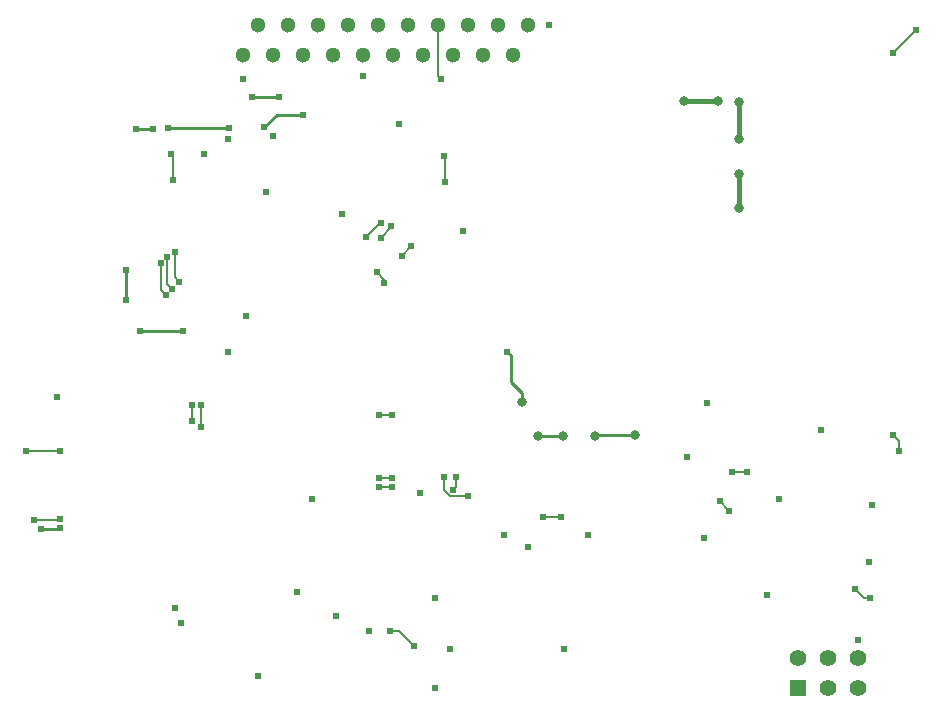
<source format=gbl>
G04 #@! TF.GenerationSoftware,KiCad,Pcbnew,5.1.5-52549c5~84~ubuntu18.04.1*
G04 #@! TF.CreationDate,2019-12-02T20:47:02-05:00*
G04 #@! TF.ProjectId,Brakelight_Shutdown_BSPD,4272616b-656c-4696-9768-745f53687574,rev?*
G04 #@! TF.SameCoordinates,Original*
G04 #@! TF.FileFunction,Copper,L2,Bot*
G04 #@! TF.FilePolarity,Positive*
%FSLAX46Y46*%
G04 Gerber Fmt 4.6, Leading zero omitted, Abs format (unit mm)*
G04 Created by KiCad (PCBNEW 5.1.5-52549c5~84~ubuntu18.04.1) date 2019-12-02 20:47:02*
%MOMM*%
%LPD*%
G04 APERTURE LIST*
%ADD10R,1.400000X1.400000*%
%ADD11C,1.400000*%
%ADD12C,1.300000*%
%ADD13C,0.609600*%
%ADD14C,0.800000*%
%ADD15C,0.250000*%
%ADD16C,0.381000*%
%ADD17C,0.254000*%
%ADD18C,0.152400*%
G04 APERTURE END LIST*
D10*
X183134000Y-99060000D03*
D11*
X183134000Y-96520000D03*
X185674000Y-99060000D03*
X185674000Y-96520000D03*
X188214000Y-99060000D03*
X188214000Y-96520000D03*
D12*
X155194000Y-42934000D03*
X157734000Y-42934000D03*
X160274000Y-42934000D03*
X152654000Y-42934000D03*
X159004000Y-45474000D03*
X156464000Y-45474000D03*
X153924000Y-45474000D03*
X151384000Y-45474000D03*
X150114000Y-42934000D03*
X148844000Y-45474000D03*
X147574000Y-42934000D03*
X146304000Y-45474000D03*
X145034000Y-42934000D03*
X143764000Y-45474000D03*
X142494000Y-42934000D03*
X141224000Y-45474000D03*
X139954000Y-42934000D03*
X138684000Y-45474000D03*
X137414000Y-42934000D03*
X136144000Y-45474000D03*
D13*
X180468000Y-91166000D03*
X181484000Y-83038000D03*
X189358000Y-83546000D03*
X189104000Y-88372000D03*
X185040000Y-77196000D03*
X175134000Y-86340000D03*
X175388000Y-74910000D03*
X130358000Y-92296000D03*
X130866000Y-93566000D03*
D14*
X165950920Y-77734280D03*
X173441380Y-49390420D03*
X178145460Y-58420120D03*
X178120060Y-52621300D03*
D13*
X158526500Y-70604500D03*
D14*
X159760940Y-74869160D03*
X178120060Y-49466620D03*
D13*
X154780000Y-60381000D03*
D14*
X163215340Y-77734280D03*
X178158160Y-55590560D03*
X161114760Y-77734280D03*
X169285940Y-77698720D03*
X176321740Y-49403120D03*
D13*
X162052000Y-42934000D03*
X146304000Y-47244000D03*
X134874000Y-70612000D03*
X149352000Y-51308000D03*
X138684000Y-52324000D03*
X144526000Y-58928000D03*
X120396000Y-74422000D03*
X136144000Y-47498000D03*
X132842000Y-53848000D03*
X136398000Y-67564000D03*
X160274000Y-87122000D03*
X158242000Y-86106000D03*
X165354000Y-86106000D03*
X163322000Y-95758000D03*
X141986000Y-83058000D03*
X151130000Y-82550000D03*
X152400000Y-91440000D03*
X153670000Y-95758000D03*
X146812000Y-94234000D03*
X144018000Y-92964000D03*
X140716000Y-90932000D03*
X137414000Y-98044000D03*
X134874000Y-52578000D03*
X173736000Y-79502000D03*
X152400000Y-99060000D03*
X188200000Y-95000000D03*
X138112500Y-57086500D03*
X126238000Y-63678506D03*
X126238000Y-66218544D03*
X127457200Y-68834000D03*
X131064000Y-68834000D03*
X141224000Y-50534915D03*
X137922000Y-51601715D03*
X134963597Y-51691312D03*
X129794000Y-51689000D03*
X128524000Y-51752500D03*
X127063470Y-51752500D03*
X148706789Y-59996605D03*
X147828000Y-60960000D03*
X150622000Y-95504000D03*
X148590000Y-94234000D03*
X146558000Y-60887974D03*
X147828000Y-59690000D03*
X149573908Y-62516092D03*
X150400092Y-61689908D03*
X153242868Y-56214868D03*
X153127355Y-54067355D03*
X152908000Y-47498000D03*
X178816000Y-80772000D03*
X177546000Y-80772000D03*
X130729237Y-64689237D03*
X130358029Y-62196962D03*
X130235046Y-56027921D03*
X147685201Y-75946000D03*
X148752001Y-75946000D03*
X154178000Y-81203801D03*
X153924000Y-82296000D03*
X161526588Y-84564588D03*
X163068000Y-84607400D03*
X130044895Y-53844895D03*
X189230000Y-91440000D03*
X187960000Y-90678000D03*
X132588003Y-75107790D03*
X132588000Y-77012800D03*
X191700000Y-79000000D03*
X191200000Y-77700000D03*
X191200000Y-45300000D03*
X193100000Y-43400000D03*
X117767090Y-78994000D03*
X120675410Y-78994006D03*
X131826000Y-75107790D03*
X131826000Y-76479400D03*
X147685201Y-81280000D03*
X148752001Y-81280000D03*
X153162000Y-81203801D03*
X155194000Y-82804000D03*
X147685201Y-82042000D03*
X148752001Y-82042000D03*
X118440179Y-84836000D03*
X120675410Y-84779851D03*
X130139832Y-65278643D03*
X129701646Y-62584012D03*
X139217400Y-49022000D03*
X136880600Y-49022000D03*
X119024389Y-85598000D03*
X120675410Y-85541862D03*
X177326783Y-84108783D03*
X176500599Y-83282599D03*
X148082000Y-64770000D03*
X147450829Y-63884829D03*
X129616210Y-65832237D03*
X129162829Y-63122829D03*
D15*
X161680445Y-77734280D02*
X161682985Y-77736820D01*
D16*
X173454080Y-49403120D02*
X173441380Y-49390420D01*
D17*
X158526500Y-70604500D02*
X158831299Y-70909299D01*
D16*
X178145460Y-55603260D02*
X178158160Y-55590560D01*
X178145460Y-58420120D02*
X178145460Y-55603260D01*
D17*
X158831299Y-73134339D02*
X159760940Y-74063980D01*
D15*
X161682985Y-77736820D02*
X163212800Y-77736820D01*
X159760940Y-74063980D02*
X159760940Y-74869160D01*
X165986480Y-77698720D02*
X165950920Y-77734280D01*
D16*
X176321740Y-49403120D02*
X173454080Y-49403120D01*
D15*
X169285940Y-77698720D02*
X165986480Y-77698720D01*
D16*
X178120060Y-52621300D02*
X178120060Y-52055615D01*
D17*
X158831299Y-70909299D02*
X158831299Y-73134339D01*
D15*
X163212800Y-77736820D02*
X163215340Y-77734280D01*
D16*
X178120060Y-52055615D02*
X178120060Y-49466620D01*
D15*
X161114760Y-77734280D02*
X161680445Y-77734280D01*
D17*
X127457200Y-68834000D02*
X131064000Y-68834000D01*
X141224000Y-50534915D02*
X138988800Y-50534915D01*
X138988800Y-50534915D02*
X137922000Y-51601715D01*
X134963597Y-51691312D02*
X130617938Y-51691312D01*
X126238000Y-63678506D02*
X126238000Y-66218544D01*
X128524000Y-51752500D02*
X127063470Y-51752500D01*
X130227364Y-51691312D02*
X130617938Y-51691312D01*
X130225052Y-51689000D02*
X130227364Y-51691312D01*
X129794000Y-51689000D02*
X130225052Y-51689000D01*
D18*
X148706789Y-59996605D02*
X148706789Y-60081211D01*
X148706789Y-60081211D02*
X147828000Y-60960000D01*
X150622000Y-95504000D02*
X149352000Y-94234000D01*
X149352000Y-94234000D02*
X148590000Y-94234000D01*
X146558000Y-60887974D02*
X147755974Y-59690000D01*
X147755974Y-59690000D02*
X147828000Y-59690000D01*
X149573908Y-62516092D02*
X150400092Y-61689908D01*
X153242868Y-56214868D02*
X153242868Y-54182868D01*
X153242868Y-54182868D02*
X153127355Y-54067355D01*
X152654000Y-42934000D02*
X152654000Y-47244000D01*
X152654000Y-47244000D02*
X152908000Y-47498000D01*
X178816000Y-80772000D02*
X177546000Y-80772000D01*
X130729237Y-64689237D02*
X130358029Y-64318029D01*
X130358029Y-64318029D02*
X130358029Y-62196962D01*
X147685201Y-75946000D02*
X148752001Y-75946000D01*
X154178000Y-81203801D02*
X154178000Y-82042000D01*
X154178000Y-82042000D02*
X153924000Y-82296000D01*
X161526588Y-84564588D02*
X163025188Y-84564588D01*
X163025188Y-84564588D02*
X163068000Y-84607400D01*
X130235046Y-56027921D02*
X130235046Y-54035046D01*
X130235046Y-54035046D02*
X130044895Y-53844895D01*
X189230000Y-91440000D02*
X188722000Y-91440000D01*
X188722000Y-91440000D02*
X187960000Y-90678000D01*
X132588003Y-75107790D02*
X132588003Y-77012797D01*
X132588003Y-77012797D02*
X132588000Y-77012800D01*
X191700000Y-79000000D02*
X191700000Y-78200000D01*
X191700000Y-78200000D02*
X191200000Y-77700000D01*
X191200000Y-45300000D02*
X193100000Y-43400000D01*
X117767090Y-78994000D02*
X120675404Y-78994000D01*
X120675404Y-78994000D02*
X120675410Y-78994006D01*
X131826000Y-75107790D02*
X131826000Y-76479400D01*
X147685201Y-81280000D02*
X148752001Y-81280000D01*
X155168599Y-82829401D02*
X155194000Y-82804000D01*
X153667967Y-82829401D02*
X155168599Y-82829401D01*
X153162000Y-81203801D02*
X153162000Y-82323434D01*
X153162000Y-82323434D02*
X153667967Y-82829401D01*
X147685201Y-82042000D02*
X148752001Y-82042000D01*
X118440179Y-84836000D02*
X120619261Y-84836000D01*
X120619261Y-84836000D02*
X120675410Y-84779851D01*
X130139832Y-65278643D02*
X129701646Y-64840457D01*
X129701646Y-64840457D02*
X129701646Y-63346012D01*
X129701646Y-63346012D02*
X129701646Y-62584012D01*
D17*
X119024389Y-85598000D02*
X120339872Y-85598000D01*
D18*
X120339872Y-85598000D02*
X120396000Y-85541872D01*
D17*
X139217400Y-49022000D02*
X136880600Y-49022000D01*
D18*
X177326783Y-84108783D02*
X176500599Y-83282599D01*
X148082000Y-64770000D02*
X148082000Y-64516000D01*
X148082000Y-64516000D02*
X147450829Y-63884829D01*
X129162829Y-65378856D02*
X129616210Y-65832237D01*
X129162829Y-63122829D02*
X129162829Y-65378856D01*
M02*

</source>
